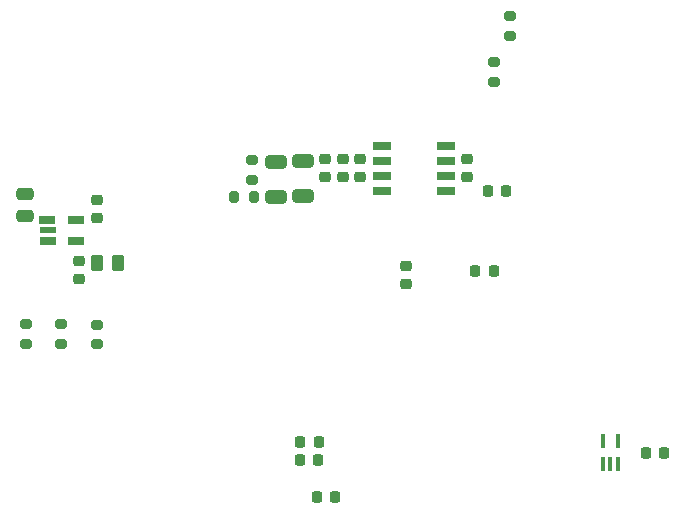
<source format=gbr>
%TF.GenerationSoftware,KiCad,Pcbnew,(6.0.2)*%
%TF.CreationDate,2022-09-17T14:06:50-08:00*%
%TF.ProjectId,HERTZ200,48455254-5a32-4303-902e-6b696361645f,VERSION 1*%
%TF.SameCoordinates,Original*%
%TF.FileFunction,Paste,Bot*%
%TF.FilePolarity,Positive*%
%FSLAX46Y46*%
G04 Gerber Fmt 4.6, Leading zero omitted, Abs format (unit mm)*
G04 Created by KiCad (PCBNEW (6.0.2)) date 2022-09-17 14:06:50*
%MOMM*%
%LPD*%
G01*
G04 APERTURE LIST*
G04 Aperture macros list*
%AMRoundRect*
0 Rectangle with rounded corners*
0 $1 Rounding radius*
0 $2 $3 $4 $5 $6 $7 $8 $9 X,Y pos of 4 corners*
0 Add a 4 corners polygon primitive as box body*
4,1,4,$2,$3,$4,$5,$6,$7,$8,$9,$2,$3,0*
0 Add four circle primitives for the rounded corners*
1,1,$1+$1,$2,$3*
1,1,$1+$1,$4,$5*
1,1,$1+$1,$6,$7*
1,1,$1+$1,$8,$9*
0 Add four rect primitives between the rounded corners*
20,1,$1+$1,$2,$3,$4,$5,0*
20,1,$1+$1,$4,$5,$6,$7,0*
20,1,$1+$1,$6,$7,$8,$9,0*
20,1,$1+$1,$8,$9,$2,$3,0*%
G04 Aperture macros list end*
%ADD10RoundRect,0.225000X-0.250000X0.225000X-0.250000X-0.225000X0.250000X-0.225000X0.250000X0.225000X0*%
%ADD11RoundRect,0.225000X0.250000X-0.225000X0.250000X0.225000X-0.250000X0.225000X-0.250000X-0.225000X0*%
%ADD12RoundRect,0.250000X-0.650000X0.325000X-0.650000X-0.325000X0.650000X-0.325000X0.650000X0.325000X0*%
%ADD13RoundRect,0.200000X0.275000X-0.200000X0.275000X0.200000X-0.275000X0.200000X-0.275000X-0.200000X0*%
%ADD14RoundRect,0.225000X-0.225000X-0.250000X0.225000X-0.250000X0.225000X0.250000X-0.225000X0.250000X0*%
%ADD15RoundRect,0.225000X0.225000X0.250000X-0.225000X0.250000X-0.225000X-0.250000X0.225000X-0.250000X0*%
%ADD16RoundRect,0.250000X0.262500X0.450000X-0.262500X0.450000X-0.262500X-0.450000X0.262500X-0.450000X0*%
%ADD17R,0.400000X1.230000*%
%ADD18R,1.525000X0.700000*%
%ADD19RoundRect,0.200000X-0.275000X0.200000X-0.275000X-0.200000X0.275000X-0.200000X0.275000X0.200000X0*%
%ADD20RoundRect,0.250000X-0.475000X0.250000X-0.475000X-0.250000X0.475000X-0.250000X0.475000X0.250000X0*%
%ADD21R,1.329200X0.665800*%
%ADD22R,1.350000X0.600000*%
%ADD23R,1.380000X0.665800*%
%ADD24RoundRect,0.200000X0.200000X0.275000X-0.200000X0.275000X-0.200000X-0.275000X0.200000X-0.275000X0*%
G04 APERTURE END LIST*
D10*
%TO.C,C47*%
X58318400Y-47281800D03*
X58318400Y-48831800D03*
%TD*%
D11*
%TO.C,C32*%
X37414200Y-57493200D03*
X37414200Y-55943200D03*
%TD*%
D12*
%TO.C,C45*%
X54102000Y-47521600D03*
X54102000Y-50471600D03*
%TD*%
D11*
%TO.C,C30*%
X70281800Y-48806400D03*
X70281800Y-47256400D03*
%TD*%
%TO.C,C33*%
X61264800Y-48806400D03*
X61264800Y-47256400D03*
%TD*%
D13*
%TO.C,R43*%
X39014400Y-62978800D03*
X39014400Y-61328800D03*
%TD*%
D12*
%TO.C,C46*%
X56438800Y-47445400D03*
X56438800Y-50395400D03*
%TD*%
D13*
%TO.C,R26*%
X73914000Y-36867600D03*
X73914000Y-35217600D03*
%TD*%
D11*
%TO.C,C31*%
X38938200Y-52311600D03*
X38938200Y-50761600D03*
%TD*%
D14*
%TO.C,C24*%
X56197200Y-71272400D03*
X57747200Y-71272400D03*
%TD*%
D15*
%TO.C,C21*%
X86982600Y-72186800D03*
X85432600Y-72186800D03*
%TD*%
D14*
%TO.C,C14*%
X72072200Y-49987200D03*
X73622200Y-49987200D03*
%TD*%
%TO.C,C26*%
X57594200Y-75920600D03*
X59144200Y-75920600D03*
%TD*%
%TO.C,C22*%
X56171800Y-72796400D03*
X57721800Y-72796400D03*
%TD*%
D16*
%TO.C,R2*%
X40790500Y-56108600D03*
X38965500Y-56108600D03*
%TD*%
D17*
%TO.C,D4*%
X83098400Y-73076000D03*
X82448400Y-73076000D03*
X81798400Y-73076000D03*
X81798400Y-71196000D03*
X83098400Y-71196000D03*
%TD*%
D10*
%TO.C,C48*%
X59791600Y-47281800D03*
X59791600Y-48831800D03*
%TD*%
D18*
%TO.C,IC1*%
X68498000Y-46177200D03*
X68498000Y-47447200D03*
X68498000Y-48717200D03*
X68498000Y-49987200D03*
X63074000Y-49987200D03*
X63074000Y-48717200D03*
X63074000Y-47447200D03*
X63074000Y-46177200D03*
%TD*%
D19*
%TO.C,R49*%
X52120800Y-47384200D03*
X52120800Y-49034200D03*
%TD*%
D20*
%TO.C,C29*%
X32867600Y-50256400D03*
X32867600Y-52156400D03*
%TD*%
D21*
%TO.C,PS1*%
X34802200Y-54257100D03*
D22*
X34791800Y-53340000D03*
D23*
X34776800Y-52422900D03*
X37206800Y-52422900D03*
X37206800Y-54257100D03*
%TD*%
D10*
%TO.C,C4*%
X65125600Y-56324200D03*
X65125600Y-57874200D03*
%TD*%
D13*
%TO.C,R44*%
X32969200Y-62928000D03*
X32969200Y-61278000D03*
%TD*%
%TO.C,R45*%
X35941000Y-62928000D03*
X35941000Y-61278000D03*
%TD*%
D15*
%TO.C,C15*%
X72555400Y-56769000D03*
X71005400Y-56769000D03*
%TD*%
D24*
%TO.C,R51*%
X52234600Y-50469800D03*
X50584600Y-50469800D03*
%TD*%
D13*
%TO.C,R27*%
X72618600Y-40753800D03*
X72618600Y-39103800D03*
%TD*%
M02*

</source>
